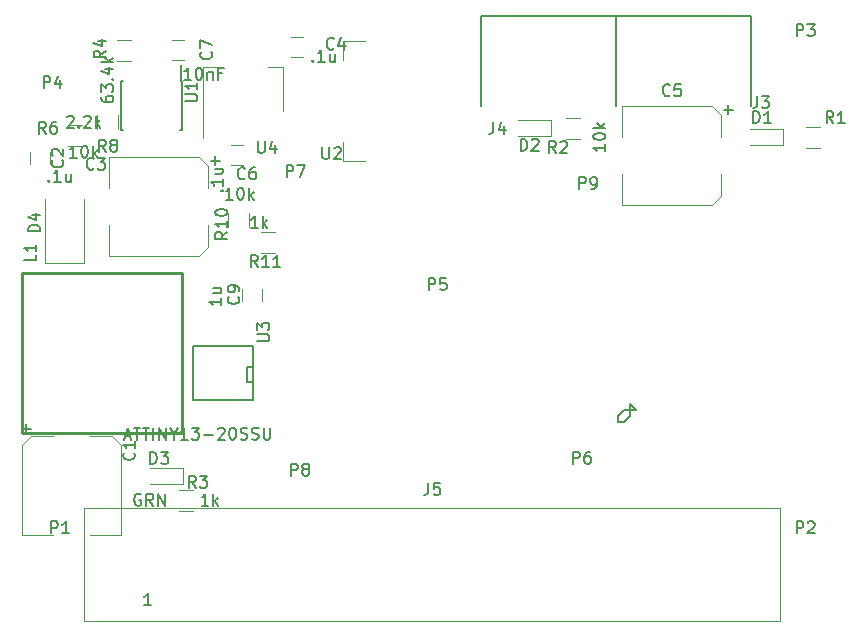
<source format=gto>
G04 #@! TF.FileFunction,Legend,Top*
%FSLAX46Y46*%
G04 Gerber Fmt 4.6, Leading zero omitted, Abs format (unit mm)*
G04 Created by KiCad (PCBNEW 4.0.7-e2-6376~58~ubuntu16.04.1) date Thu Apr 12 02:42:30 2018*
%MOMM*%
%LPD*%
G01*
G04 APERTURE LIST*
%ADD10C,0.100000*%
%ADD11C,0.200000*%
%ADD12C,0.120000*%
%ADD13C,0.150000*%
%ADD14C,0.250000*%
%ADD15C,0.127000*%
G04 APERTURE END LIST*
D10*
D11*
X70104000Y-65024000D02*
X71120000Y-65024000D01*
X69596000Y-65532000D02*
X70104000Y-65024000D01*
X69596000Y-66040000D02*
X69596000Y-65532000D01*
X70104000Y-66040000D02*
X69596000Y-66040000D01*
X70612000Y-65532000D02*
X70104000Y-66040000D01*
X70612000Y-64516000D02*
X70612000Y-65532000D01*
X71120000Y-65024000D02*
X70612000Y-64516000D01*
D12*
X19178000Y-75564000D02*
X21808000Y-75564000D01*
X27558000Y-75564000D02*
X24928000Y-75564000D01*
X26798000Y-67184000D02*
X24928000Y-67184000D01*
X19938000Y-67184000D02*
X21808000Y-67184000D01*
X19178000Y-75564000D02*
X19178000Y-67944000D01*
X19178000Y-67944000D02*
X19938000Y-67184000D01*
X26798000Y-67184000D02*
X27558000Y-67944000D01*
X27558000Y-67944000D02*
X27558000Y-75564000D01*
X21551000Y-44188000D02*
X21551000Y-43188000D01*
X19851000Y-43188000D02*
X19851000Y-44188000D01*
X26544000Y-43562000D02*
X26544000Y-46192000D01*
X26544000Y-51942000D02*
X26544000Y-49312000D01*
X34924000Y-51182000D02*
X34924000Y-49312000D01*
X34924000Y-44322000D02*
X34924000Y-46192000D01*
X26544000Y-43562000D02*
X34164000Y-43562000D01*
X34164000Y-43562000D02*
X34924000Y-44322000D01*
X34924000Y-51182000D02*
X34164000Y-51942000D01*
X34164000Y-51942000D02*
X26544000Y-51942000D01*
X41918000Y-35140000D02*
X42918000Y-35140000D01*
X42918000Y-33440000D02*
X41918000Y-33440000D01*
X69978000Y-39244000D02*
X69978000Y-41874000D01*
X69978000Y-47624000D02*
X69978000Y-44994000D01*
X78358000Y-46864000D02*
X78358000Y-44994000D01*
X78358000Y-40004000D02*
X78358000Y-41874000D01*
X69978000Y-39244000D02*
X77598000Y-39244000D01*
X77598000Y-39244000D02*
X78358000Y-40004000D01*
X78358000Y-46864000D02*
X77598000Y-47624000D01*
X77598000Y-47624000D02*
X69978000Y-47624000D01*
X36838000Y-44284000D02*
X37838000Y-44284000D01*
X37838000Y-42584000D02*
X36838000Y-42584000D01*
X31885000Y-35394000D02*
X32885000Y-35394000D01*
X32885000Y-33694000D02*
X31885000Y-33694000D01*
X37758000Y-54745000D02*
X37758000Y-55745000D01*
X39458000Y-55745000D02*
X39458000Y-54745000D01*
X21083000Y-52549000D02*
X24383000Y-52549000D01*
X24383000Y-52549000D02*
X24383000Y-47149000D01*
X21083000Y-52549000D02*
X21083000Y-47149000D01*
D13*
X69469000Y-31623000D02*
X80899000Y-31623000D01*
X80899000Y-31623000D02*
X80899000Y-39243000D01*
X69469000Y-36068000D02*
X69469000Y-39243000D01*
X69469000Y-36068000D02*
X69469000Y-31623000D01*
X58039000Y-31623000D02*
X69469000Y-31623000D01*
X69469000Y-31623000D02*
X69469000Y-39243000D01*
X58039000Y-36068000D02*
X58039000Y-39243000D01*
X58039000Y-36068000D02*
X58039000Y-31623000D01*
D12*
X24438800Y-73283715D02*
X83358800Y-73283715D01*
X83358800Y-73283715D02*
X83358800Y-82883715D01*
X83358800Y-82883715D02*
X24438800Y-82883715D01*
X24438800Y-82883715D02*
X24438800Y-73283715D01*
D14*
X19158000Y-53448000D02*
X32658000Y-53448000D01*
X32658000Y-53448000D02*
X32658000Y-66948000D01*
X32658000Y-66948000D02*
X19158000Y-66948000D01*
X19158000Y-66948000D02*
X19158000Y-53448000D01*
D12*
X85506000Y-41030000D02*
X86706000Y-41030000D01*
X86706000Y-42790000D02*
X85506000Y-42790000D01*
X65186000Y-40268000D02*
X66386000Y-40268000D01*
X66386000Y-42028000D02*
X65186000Y-42028000D01*
X33620000Y-73524000D02*
X32420000Y-73524000D01*
X32420000Y-71764000D02*
X33620000Y-71764000D01*
X27213000Y-33664000D02*
X28413000Y-33664000D01*
X28413000Y-35424000D02*
X27213000Y-35424000D01*
X23022000Y-40903000D02*
X24222000Y-40903000D01*
X24222000Y-42663000D02*
X23022000Y-42663000D01*
X25536000Y-41240000D02*
X25536000Y-40040000D01*
X27296000Y-40040000D02*
X27296000Y-41240000D01*
X36585000Y-49495000D02*
X36585000Y-48295000D01*
X38345000Y-48295000D02*
X38345000Y-49495000D01*
X40605000Y-51680000D02*
X39405000Y-51680000D01*
X39405000Y-49920000D02*
X40605000Y-49920000D01*
D13*
X32674000Y-37168000D02*
X32624000Y-37168000D01*
X32674000Y-41318000D02*
X32529000Y-41318000D01*
X27524000Y-41318000D02*
X27669000Y-41318000D01*
X27524000Y-37168000D02*
X27669000Y-37168000D01*
X32674000Y-37168000D02*
X32674000Y-41318000D01*
X27524000Y-37168000D02*
X27524000Y-41318000D01*
X32624000Y-37168000D02*
X32624000Y-35768000D01*
D15*
X38735000Y-64135000D02*
X33655000Y-64135000D01*
X33655000Y-64135000D02*
X33655000Y-59563000D01*
X33655000Y-59563000D02*
X38735000Y-59563000D01*
X38735000Y-59563000D02*
X38735000Y-64135000D01*
X38735000Y-62611000D02*
X38227000Y-62611000D01*
X38227000Y-62611000D02*
X38227000Y-61341000D01*
X38227000Y-61341000D02*
X38735000Y-61341000D01*
D12*
X41256000Y-35936000D02*
X39996000Y-35936000D01*
X34436000Y-35936000D02*
X35696000Y-35936000D01*
X41256000Y-39696000D02*
X41256000Y-35936000D01*
X34436000Y-41946000D02*
X34436000Y-35936000D01*
X83588000Y-42610000D02*
X83588000Y-41210000D01*
X83588000Y-41210000D02*
X80788000Y-41210000D01*
X83588000Y-42610000D02*
X80788000Y-42610000D01*
X63903000Y-41848000D02*
X63903000Y-40448000D01*
X63903000Y-40448000D02*
X61103000Y-40448000D01*
X63903000Y-41848000D02*
X61103000Y-41848000D01*
X32788000Y-71312000D02*
X32788000Y-69912000D01*
X32788000Y-69912000D02*
X29988000Y-69912000D01*
X32788000Y-71312000D02*
X29988000Y-71312000D01*
X46364000Y-42312000D02*
X46364000Y-43962000D01*
X46364000Y-43962000D02*
X48164000Y-43962000D01*
X48164000Y-33762000D02*
X46364000Y-33762000D01*
X46364000Y-33762000D02*
X46364000Y-35412000D01*
D13*
X28607143Y-68616666D02*
X28654762Y-68664285D01*
X28702381Y-68807142D01*
X28702381Y-68902380D01*
X28654762Y-69045238D01*
X28559524Y-69140476D01*
X28464286Y-69188095D01*
X28273810Y-69235714D01*
X28130952Y-69235714D01*
X27940476Y-69188095D01*
X27845238Y-69140476D01*
X27750000Y-69045238D01*
X27702381Y-68902380D01*
X27702381Y-68807142D01*
X27750000Y-68664285D01*
X27797619Y-68616666D01*
X28702381Y-67664285D02*
X28702381Y-68235714D01*
X28702381Y-67950000D02*
X27702381Y-67950000D01*
X27845238Y-68045238D01*
X27940476Y-68140476D01*
X27988095Y-68235714D01*
X19529429Y-66974952D02*
X19529429Y-66213047D01*
X19910381Y-66593999D02*
X19148476Y-66593999D01*
X22558143Y-43854666D02*
X22605762Y-43902285D01*
X22653381Y-44045142D01*
X22653381Y-44140380D01*
X22605762Y-44283238D01*
X22510524Y-44378476D01*
X22415286Y-44426095D01*
X22224810Y-44473714D01*
X22081952Y-44473714D01*
X21891476Y-44426095D01*
X21796238Y-44378476D01*
X21701000Y-44283238D01*
X21653381Y-44140380D01*
X21653381Y-44045142D01*
X21701000Y-43902285D01*
X21748619Y-43854666D01*
X21748619Y-43473714D02*
X21701000Y-43426095D01*
X21653381Y-43330857D01*
X21653381Y-43092761D01*
X21701000Y-42997523D01*
X21748619Y-42949904D01*
X21843857Y-42902285D01*
X21939095Y-42902285D01*
X22081952Y-42949904D01*
X22653381Y-43521333D01*
X22653381Y-42902285D01*
X21423429Y-45569143D02*
X21471048Y-45616762D01*
X21423429Y-45664381D01*
X21375810Y-45616762D01*
X21423429Y-45569143D01*
X21423429Y-45664381D01*
X22423429Y-45664381D02*
X21852000Y-45664381D01*
X22137714Y-45664381D02*
X22137714Y-44664381D01*
X22042476Y-44807238D01*
X21947238Y-44902476D01*
X21852000Y-44950095D01*
X23280572Y-44997714D02*
X23280572Y-45664381D01*
X22852000Y-44997714D02*
X22852000Y-45521524D01*
X22899619Y-45616762D01*
X22994857Y-45664381D01*
X23137715Y-45664381D01*
X23232953Y-45616762D01*
X23280572Y-45569143D01*
X25233334Y-44553143D02*
X25185715Y-44600762D01*
X25042858Y-44648381D01*
X24947620Y-44648381D01*
X24804762Y-44600762D01*
X24709524Y-44505524D01*
X24661905Y-44410286D01*
X24614286Y-44219810D01*
X24614286Y-44076952D01*
X24661905Y-43886476D01*
X24709524Y-43791238D01*
X24804762Y-43696000D01*
X24947620Y-43648381D01*
X25042858Y-43648381D01*
X25185715Y-43696000D01*
X25233334Y-43743619D01*
X25566667Y-43648381D02*
X26185715Y-43648381D01*
X25852381Y-44029333D01*
X25995239Y-44029333D01*
X26090477Y-44076952D01*
X26138096Y-44124571D01*
X26185715Y-44219810D01*
X26185715Y-44457905D01*
X26138096Y-44553143D01*
X26090477Y-44600762D01*
X25995239Y-44648381D01*
X25709524Y-44648381D01*
X25614286Y-44600762D01*
X25566667Y-44553143D01*
X35133048Y-43913429D02*
X35894953Y-43913429D01*
X35514001Y-44294381D02*
X35514001Y-43532476D01*
X45553334Y-34393143D02*
X45505715Y-34440762D01*
X45362858Y-34488381D01*
X45267620Y-34488381D01*
X45124762Y-34440762D01*
X45029524Y-34345524D01*
X44981905Y-34250286D01*
X44934286Y-34059810D01*
X44934286Y-33916952D01*
X44981905Y-33726476D01*
X45029524Y-33631238D01*
X45124762Y-33536000D01*
X45267620Y-33488381D01*
X45362858Y-33488381D01*
X45505715Y-33536000D01*
X45553334Y-33583619D01*
X46410477Y-33821714D02*
X46410477Y-34488381D01*
X46172381Y-33440762D02*
X45934286Y-34155048D01*
X46553334Y-34155048D01*
X43775429Y-35409143D02*
X43823048Y-35456762D01*
X43775429Y-35504381D01*
X43727810Y-35456762D01*
X43775429Y-35409143D01*
X43775429Y-35504381D01*
X44775429Y-35504381D02*
X44204000Y-35504381D01*
X44489714Y-35504381D02*
X44489714Y-34504381D01*
X44394476Y-34647238D01*
X44299238Y-34742476D01*
X44204000Y-34790095D01*
X45632572Y-34837714D02*
X45632572Y-35504381D01*
X45204000Y-34837714D02*
X45204000Y-35361524D01*
X45251619Y-35456762D01*
X45346857Y-35504381D01*
X45489715Y-35504381D01*
X45584953Y-35456762D01*
X45632572Y-35409143D01*
X74001334Y-38341143D02*
X73953715Y-38388762D01*
X73810858Y-38436381D01*
X73715620Y-38436381D01*
X73572762Y-38388762D01*
X73477524Y-38293524D01*
X73429905Y-38198286D01*
X73382286Y-38007810D01*
X73382286Y-37864952D01*
X73429905Y-37674476D01*
X73477524Y-37579238D01*
X73572762Y-37484000D01*
X73715620Y-37436381D01*
X73810858Y-37436381D01*
X73953715Y-37484000D01*
X74001334Y-37531619D01*
X74906096Y-37436381D02*
X74429905Y-37436381D01*
X74382286Y-37912571D01*
X74429905Y-37864952D01*
X74525143Y-37817333D01*
X74763239Y-37817333D01*
X74858477Y-37864952D01*
X74906096Y-37912571D01*
X74953715Y-38007810D01*
X74953715Y-38245905D01*
X74906096Y-38341143D01*
X74858477Y-38388762D01*
X74763239Y-38436381D01*
X74525143Y-38436381D01*
X74429905Y-38388762D01*
X74382286Y-38341143D01*
X78567048Y-39595429D02*
X79328953Y-39595429D01*
X78948001Y-39976381D02*
X78948001Y-39214476D01*
X38023334Y-45377143D02*
X37975715Y-45424762D01*
X37832858Y-45472381D01*
X37737620Y-45472381D01*
X37594762Y-45424762D01*
X37499524Y-45329524D01*
X37451905Y-45234286D01*
X37404286Y-45043810D01*
X37404286Y-44900952D01*
X37451905Y-44710476D01*
X37499524Y-44615238D01*
X37594762Y-44520000D01*
X37737620Y-44472381D01*
X37832858Y-44472381D01*
X37975715Y-44520000D01*
X38023334Y-44567619D01*
X38880477Y-44472381D02*
X38690000Y-44472381D01*
X38594762Y-44520000D01*
X38547143Y-44567619D01*
X38451905Y-44710476D01*
X38404286Y-44900952D01*
X38404286Y-45281905D01*
X38451905Y-45377143D01*
X38499524Y-45424762D01*
X38594762Y-45472381D01*
X38785239Y-45472381D01*
X38880477Y-45424762D01*
X38928096Y-45377143D01*
X38975715Y-45281905D01*
X38975715Y-45043810D01*
X38928096Y-44948571D01*
X38880477Y-44900952D01*
X38785239Y-44853333D01*
X38594762Y-44853333D01*
X38499524Y-44900952D01*
X38451905Y-44948571D01*
X38404286Y-45043810D01*
X36037143Y-46438571D02*
X36084762Y-46390952D01*
X36132381Y-46438571D01*
X36084762Y-46486190D01*
X36037143Y-46438571D01*
X36132381Y-46438571D01*
X36132381Y-45438571D02*
X36132381Y-46010000D01*
X36132381Y-45724286D02*
X35132381Y-45724286D01*
X35275238Y-45819524D01*
X35370476Y-45914762D01*
X35418095Y-46010000D01*
X35465714Y-44581428D02*
X36132381Y-44581428D01*
X35465714Y-45010000D02*
X35989524Y-45010000D01*
X36084762Y-44962381D01*
X36132381Y-44867143D01*
X36132381Y-44724285D01*
X36084762Y-44629047D01*
X36037143Y-44581428D01*
X35155143Y-34710666D02*
X35202762Y-34758285D01*
X35250381Y-34901142D01*
X35250381Y-34996380D01*
X35202762Y-35139238D01*
X35107524Y-35234476D01*
X35012286Y-35282095D01*
X34821810Y-35329714D01*
X34678952Y-35329714D01*
X34488476Y-35282095D01*
X34393238Y-35234476D01*
X34298000Y-35139238D01*
X34250381Y-34996380D01*
X34250381Y-34901142D01*
X34298000Y-34758285D01*
X34345619Y-34710666D01*
X34250381Y-34377333D02*
X34250381Y-33710666D01*
X35250381Y-34139238D01*
X33472572Y-37028381D02*
X32901143Y-37028381D01*
X33186857Y-37028381D02*
X33186857Y-36028381D01*
X33091619Y-36171238D01*
X32996381Y-36266476D01*
X32901143Y-36314095D01*
X34091619Y-36028381D02*
X34186858Y-36028381D01*
X34282096Y-36076000D01*
X34329715Y-36123619D01*
X34377334Y-36218857D01*
X34424953Y-36409333D01*
X34424953Y-36647429D01*
X34377334Y-36837905D01*
X34329715Y-36933143D01*
X34282096Y-36980762D01*
X34186858Y-37028381D01*
X34091619Y-37028381D01*
X33996381Y-36980762D01*
X33948762Y-36933143D01*
X33901143Y-36837905D01*
X33853524Y-36647429D01*
X33853524Y-36409333D01*
X33901143Y-36218857D01*
X33948762Y-36123619D01*
X33996381Y-36076000D01*
X34091619Y-36028381D01*
X34853524Y-36361714D02*
X34853524Y-37028381D01*
X34853524Y-36456952D02*
X34901143Y-36409333D01*
X34996381Y-36361714D01*
X35139239Y-36361714D01*
X35234477Y-36409333D01*
X35282096Y-36504571D01*
X35282096Y-37028381D01*
X36091620Y-36504571D02*
X35758286Y-36504571D01*
X35758286Y-37028381D02*
X35758286Y-36028381D01*
X36234477Y-36028381D01*
X37465143Y-55411666D02*
X37512762Y-55459285D01*
X37560381Y-55602142D01*
X37560381Y-55697380D01*
X37512762Y-55840238D01*
X37417524Y-55935476D01*
X37322286Y-55983095D01*
X37131810Y-56030714D01*
X36988952Y-56030714D01*
X36798476Y-55983095D01*
X36703238Y-55935476D01*
X36608000Y-55840238D01*
X36560381Y-55697380D01*
X36560381Y-55602142D01*
X36608000Y-55459285D01*
X36655619Y-55411666D01*
X37560381Y-54935476D02*
X37560381Y-54745000D01*
X37512762Y-54649761D01*
X37465143Y-54602142D01*
X37322286Y-54506904D01*
X37131810Y-54459285D01*
X36750857Y-54459285D01*
X36655619Y-54506904D01*
X36608000Y-54554523D01*
X36560381Y-54649761D01*
X36560381Y-54840238D01*
X36608000Y-54935476D01*
X36655619Y-54983095D01*
X36750857Y-55030714D01*
X36988952Y-55030714D01*
X37084190Y-54983095D01*
X37131810Y-54935476D01*
X37179429Y-54840238D01*
X37179429Y-54649761D01*
X37131810Y-54554523D01*
X37084190Y-54506904D01*
X36988952Y-54459285D01*
X36012381Y-55538666D02*
X36012381Y-56110095D01*
X36012381Y-55824381D02*
X35012381Y-55824381D01*
X35155238Y-55919619D01*
X35250476Y-56014857D01*
X35298095Y-56110095D01*
X35345714Y-54681523D02*
X36012381Y-54681523D01*
X35345714Y-55110095D02*
X35869524Y-55110095D01*
X35964762Y-55062476D01*
X36012381Y-54967238D01*
X36012381Y-54824380D01*
X35964762Y-54729142D01*
X35917143Y-54681523D01*
X20685381Y-49887095D02*
X19685381Y-49887095D01*
X19685381Y-49649000D01*
X19733000Y-49506142D01*
X19828238Y-49410904D01*
X19923476Y-49363285D01*
X20113952Y-49315666D01*
X20256810Y-49315666D01*
X20447286Y-49363285D01*
X20542524Y-49410904D01*
X20637762Y-49506142D01*
X20685381Y-49649000D01*
X20685381Y-49887095D01*
X20018714Y-48458523D02*
X20685381Y-48458523D01*
X19637762Y-48696619D02*
X20352048Y-48934714D01*
X20352048Y-48315666D01*
X81396667Y-38442381D02*
X81396667Y-39156667D01*
X81349047Y-39299524D01*
X81253809Y-39394762D01*
X81110952Y-39442381D01*
X81015714Y-39442381D01*
X81777619Y-38442381D02*
X82396667Y-38442381D01*
X82063333Y-38823333D01*
X82206191Y-38823333D01*
X82301429Y-38870952D01*
X82349048Y-38918571D01*
X82396667Y-39013810D01*
X82396667Y-39251905D01*
X82349048Y-39347143D01*
X82301429Y-39394762D01*
X82206191Y-39442381D01*
X81920476Y-39442381D01*
X81825238Y-39394762D01*
X81777619Y-39347143D01*
X59066667Y-40632381D02*
X59066667Y-41346667D01*
X59019047Y-41489524D01*
X58923809Y-41584762D01*
X58780952Y-41632381D01*
X58685714Y-41632381D01*
X59971429Y-40965714D02*
X59971429Y-41632381D01*
X59733333Y-40584762D02*
X59495238Y-41299048D01*
X60114286Y-41299048D01*
X53565467Y-71186096D02*
X53565467Y-71900382D01*
X53517847Y-72043239D01*
X53422609Y-72138477D01*
X53279752Y-72186096D01*
X53184514Y-72186096D01*
X54517848Y-71186096D02*
X54041657Y-71186096D01*
X53994038Y-71662286D01*
X54041657Y-71614667D01*
X54136895Y-71567048D01*
X54374991Y-71567048D01*
X54470229Y-71614667D01*
X54517848Y-71662286D01*
X54565467Y-71757525D01*
X54565467Y-71995620D01*
X54517848Y-72090858D01*
X54470229Y-72138477D01*
X54374991Y-72186096D01*
X54136895Y-72186096D01*
X54041657Y-72138477D01*
X53994038Y-72090858D01*
X30074515Y-81526096D02*
X29503086Y-81526096D01*
X29788800Y-81526096D02*
X29788800Y-80526096D01*
X29693562Y-80668953D01*
X29598324Y-80764191D01*
X29503086Y-80811810D01*
X20360381Y-51864666D02*
X20360381Y-52340857D01*
X19360381Y-52340857D01*
X20360381Y-51007523D02*
X20360381Y-51578952D01*
X20360381Y-51293238D02*
X19360381Y-51293238D01*
X19503238Y-51388476D01*
X19598476Y-51483714D01*
X19646095Y-51578952D01*
X21613905Y-75446381D02*
X21613905Y-74446381D01*
X21994858Y-74446381D01*
X22090096Y-74494000D01*
X22137715Y-74541619D01*
X22185334Y-74636857D01*
X22185334Y-74779714D01*
X22137715Y-74874952D01*
X22090096Y-74922571D01*
X21994858Y-74970190D01*
X21613905Y-74970190D01*
X23137715Y-75446381D02*
X22566286Y-75446381D01*
X22852000Y-75446381D02*
X22852000Y-74446381D01*
X22756762Y-74589238D01*
X22661524Y-74684476D01*
X22566286Y-74732095D01*
X84725742Y-75446381D02*
X84725742Y-74446381D01*
X85106695Y-74446381D01*
X85201933Y-74494000D01*
X85249552Y-74541619D01*
X85297171Y-74636857D01*
X85297171Y-74779714D01*
X85249552Y-74874952D01*
X85201933Y-74922571D01*
X85106695Y-74970190D01*
X84725742Y-74970190D01*
X85678123Y-74541619D02*
X85725742Y-74494000D01*
X85820980Y-74446381D01*
X86059076Y-74446381D01*
X86154314Y-74494000D01*
X86201933Y-74541619D01*
X86249552Y-74636857D01*
X86249552Y-74732095D01*
X86201933Y-74874952D01*
X85630504Y-75446381D01*
X86249552Y-75446381D01*
X84725742Y-33334502D02*
X84725742Y-32334502D01*
X85106695Y-32334502D01*
X85201933Y-32382121D01*
X85249552Y-32429740D01*
X85297171Y-32524978D01*
X85297171Y-32667835D01*
X85249552Y-32763073D01*
X85201933Y-32810692D01*
X85106695Y-32858311D01*
X84725742Y-32858311D01*
X85630504Y-32334502D02*
X86249552Y-32334502D01*
X85916218Y-32715454D01*
X86059076Y-32715454D01*
X86154314Y-32763073D01*
X86201933Y-32810692D01*
X86249552Y-32905931D01*
X86249552Y-33144026D01*
X86201933Y-33239264D01*
X86154314Y-33286883D01*
X86059076Y-33334502D01*
X85773361Y-33334502D01*
X85678123Y-33286883D01*
X85630504Y-33239264D01*
X20971905Y-37752381D02*
X20971905Y-36752381D01*
X21352858Y-36752381D01*
X21448096Y-36800000D01*
X21495715Y-36847619D01*
X21543334Y-36942857D01*
X21543334Y-37085714D01*
X21495715Y-37180952D01*
X21448096Y-37228571D01*
X21352858Y-37276190D01*
X20971905Y-37276190D01*
X22400477Y-37085714D02*
X22400477Y-37752381D01*
X22162381Y-36704762D02*
X21924286Y-37419048D01*
X22543334Y-37419048D01*
X53573905Y-54846381D02*
X53573905Y-53846381D01*
X53954858Y-53846381D01*
X54050096Y-53894000D01*
X54097715Y-53941619D01*
X54145334Y-54036857D01*
X54145334Y-54179714D01*
X54097715Y-54274952D01*
X54050096Y-54322571D01*
X53954858Y-54370190D01*
X53573905Y-54370190D01*
X55050096Y-53846381D02*
X54573905Y-53846381D01*
X54526286Y-54322571D01*
X54573905Y-54274952D01*
X54669143Y-54227333D01*
X54907239Y-54227333D01*
X55002477Y-54274952D01*
X55050096Y-54322571D01*
X55097715Y-54417810D01*
X55097715Y-54655905D01*
X55050096Y-54751143D01*
X55002477Y-54798762D01*
X54907239Y-54846381D01*
X54669143Y-54846381D01*
X54573905Y-54798762D01*
X54526286Y-54751143D01*
X65809905Y-69540381D02*
X65809905Y-68540381D01*
X66190858Y-68540381D01*
X66286096Y-68588000D01*
X66333715Y-68635619D01*
X66381334Y-68730857D01*
X66381334Y-68873714D01*
X66333715Y-68968952D01*
X66286096Y-69016571D01*
X66190858Y-69064190D01*
X65809905Y-69064190D01*
X67238477Y-68540381D02*
X67048000Y-68540381D01*
X66952762Y-68588000D01*
X66905143Y-68635619D01*
X66809905Y-68778476D01*
X66762286Y-68968952D01*
X66762286Y-69349905D01*
X66809905Y-69445143D01*
X66857524Y-69492762D01*
X66952762Y-69540381D01*
X67143239Y-69540381D01*
X67238477Y-69492762D01*
X67286096Y-69445143D01*
X67333715Y-69349905D01*
X67333715Y-69111810D01*
X67286096Y-69016571D01*
X67238477Y-68968952D01*
X67143239Y-68921333D01*
X66952762Y-68921333D01*
X66857524Y-68968952D01*
X66809905Y-69016571D01*
X66762286Y-69111810D01*
X41552905Y-45283381D02*
X41552905Y-44283381D01*
X41933858Y-44283381D01*
X42029096Y-44331000D01*
X42076715Y-44378619D01*
X42124334Y-44473857D01*
X42124334Y-44616714D01*
X42076715Y-44711952D01*
X42029096Y-44759571D01*
X41933858Y-44807190D01*
X41552905Y-44807190D01*
X42457667Y-44283381D02*
X43124334Y-44283381D01*
X42695762Y-45283381D01*
X41933905Y-70556381D02*
X41933905Y-69556381D01*
X42314858Y-69556381D01*
X42410096Y-69604000D01*
X42457715Y-69651619D01*
X42505334Y-69746857D01*
X42505334Y-69889714D01*
X42457715Y-69984952D01*
X42410096Y-70032571D01*
X42314858Y-70080190D01*
X41933905Y-70080190D01*
X43076762Y-69984952D02*
X42981524Y-69937333D01*
X42933905Y-69889714D01*
X42886286Y-69794476D01*
X42886286Y-69746857D01*
X42933905Y-69651619D01*
X42981524Y-69604000D01*
X43076762Y-69556381D01*
X43267239Y-69556381D01*
X43362477Y-69604000D01*
X43410096Y-69651619D01*
X43457715Y-69746857D01*
X43457715Y-69794476D01*
X43410096Y-69889714D01*
X43362477Y-69937333D01*
X43267239Y-69984952D01*
X43076762Y-69984952D01*
X42981524Y-70032571D01*
X42933905Y-70080190D01*
X42886286Y-70175429D01*
X42886286Y-70365905D01*
X42933905Y-70461143D01*
X42981524Y-70508762D01*
X43076762Y-70556381D01*
X43267239Y-70556381D01*
X43362477Y-70508762D01*
X43410096Y-70461143D01*
X43457715Y-70365905D01*
X43457715Y-70175429D01*
X43410096Y-70080190D01*
X43362477Y-70032571D01*
X43267239Y-69984952D01*
X66317905Y-46299381D02*
X66317905Y-45299381D01*
X66698858Y-45299381D01*
X66794096Y-45347000D01*
X66841715Y-45394619D01*
X66889334Y-45489857D01*
X66889334Y-45632714D01*
X66841715Y-45727952D01*
X66794096Y-45775571D01*
X66698858Y-45823190D01*
X66317905Y-45823190D01*
X67365524Y-46299381D02*
X67556000Y-46299381D01*
X67651239Y-46251762D01*
X67698858Y-46204143D01*
X67794096Y-46061286D01*
X67841715Y-45870810D01*
X67841715Y-45489857D01*
X67794096Y-45394619D01*
X67746477Y-45347000D01*
X67651239Y-45299381D01*
X67460762Y-45299381D01*
X67365524Y-45347000D01*
X67317905Y-45394619D01*
X67270286Y-45489857D01*
X67270286Y-45727952D01*
X67317905Y-45823190D01*
X67365524Y-45870810D01*
X67460762Y-45918429D01*
X67651239Y-45918429D01*
X67746477Y-45870810D01*
X67794096Y-45823190D01*
X67841715Y-45727952D01*
X87844334Y-40711381D02*
X87511000Y-40235190D01*
X87272905Y-40711381D02*
X87272905Y-39711381D01*
X87653858Y-39711381D01*
X87749096Y-39759000D01*
X87796715Y-39806619D01*
X87844334Y-39901857D01*
X87844334Y-40044714D01*
X87796715Y-40139952D01*
X87749096Y-40187571D01*
X87653858Y-40235190D01*
X87272905Y-40235190D01*
X88796715Y-40711381D02*
X88225286Y-40711381D01*
X88511000Y-40711381D02*
X88511000Y-39711381D01*
X88415762Y-39854238D01*
X88320524Y-39949476D01*
X88225286Y-39997095D01*
X64349334Y-43251381D02*
X64016000Y-42775190D01*
X63777905Y-43251381D02*
X63777905Y-42251381D01*
X64158858Y-42251381D01*
X64254096Y-42299000D01*
X64301715Y-42346619D01*
X64349334Y-42441857D01*
X64349334Y-42584714D01*
X64301715Y-42679952D01*
X64254096Y-42727571D01*
X64158858Y-42775190D01*
X63777905Y-42775190D01*
X64730286Y-42346619D02*
X64777905Y-42299000D01*
X64873143Y-42251381D01*
X65111239Y-42251381D01*
X65206477Y-42299000D01*
X65254096Y-42346619D01*
X65301715Y-42441857D01*
X65301715Y-42537095D01*
X65254096Y-42679952D01*
X64682667Y-43251381D01*
X65301715Y-43251381D01*
X68524381Y-42505238D02*
X68524381Y-43076667D01*
X68524381Y-42790953D02*
X67524381Y-42790953D01*
X67667238Y-42886191D01*
X67762476Y-42981429D01*
X67810095Y-43076667D01*
X67524381Y-41886191D02*
X67524381Y-41790952D01*
X67572000Y-41695714D01*
X67619619Y-41648095D01*
X67714857Y-41600476D01*
X67905333Y-41552857D01*
X68143429Y-41552857D01*
X68333905Y-41600476D01*
X68429143Y-41648095D01*
X68476762Y-41695714D01*
X68524381Y-41790952D01*
X68524381Y-41886191D01*
X68476762Y-41981429D01*
X68429143Y-42029048D01*
X68333905Y-42076667D01*
X68143429Y-42124286D01*
X67905333Y-42124286D01*
X67714857Y-42076667D01*
X67619619Y-42029048D01*
X67572000Y-41981429D01*
X67524381Y-41886191D01*
X68524381Y-41124286D02*
X67524381Y-41124286D01*
X68143429Y-41029048D02*
X68524381Y-40743333D01*
X67857714Y-40743333D02*
X68238667Y-41124286D01*
X33869334Y-71572381D02*
X33536000Y-71096190D01*
X33297905Y-71572381D02*
X33297905Y-70572381D01*
X33678858Y-70572381D01*
X33774096Y-70620000D01*
X33821715Y-70667619D01*
X33869334Y-70762857D01*
X33869334Y-70905714D01*
X33821715Y-71000952D01*
X33774096Y-71048571D01*
X33678858Y-71096190D01*
X33297905Y-71096190D01*
X34202667Y-70572381D02*
X34821715Y-70572381D01*
X34488381Y-70953333D01*
X34631239Y-70953333D01*
X34726477Y-71000952D01*
X34774096Y-71048571D01*
X34821715Y-71143810D01*
X34821715Y-71381905D01*
X34774096Y-71477143D01*
X34726477Y-71524762D01*
X34631239Y-71572381D01*
X34345524Y-71572381D01*
X34250286Y-71524762D01*
X34202667Y-71477143D01*
X34932953Y-73096381D02*
X34361524Y-73096381D01*
X34647238Y-73096381D02*
X34647238Y-72096381D01*
X34552000Y-72239238D01*
X34456762Y-72334476D01*
X34361524Y-72382095D01*
X35361524Y-73096381D02*
X35361524Y-72096381D01*
X35456762Y-72715429D02*
X35742477Y-73096381D01*
X35742477Y-72429714D02*
X35361524Y-72810667D01*
X26233381Y-34583666D02*
X25757190Y-34917000D01*
X26233381Y-35155095D02*
X25233381Y-35155095D01*
X25233381Y-34774142D01*
X25281000Y-34678904D01*
X25328619Y-34631285D01*
X25423857Y-34583666D01*
X25566714Y-34583666D01*
X25661952Y-34631285D01*
X25709571Y-34678904D01*
X25757190Y-34774142D01*
X25757190Y-35155095D01*
X25566714Y-33726523D02*
X26233381Y-33726523D01*
X25185762Y-33964619D02*
X25900048Y-34202714D01*
X25900048Y-33583666D01*
X25868381Y-38488761D02*
X25868381Y-38679238D01*
X25916000Y-38774476D01*
X25963619Y-38822095D01*
X26106476Y-38917333D01*
X26296952Y-38964952D01*
X26677905Y-38964952D01*
X26773143Y-38917333D01*
X26820762Y-38869714D01*
X26868381Y-38774476D01*
X26868381Y-38583999D01*
X26820762Y-38488761D01*
X26773143Y-38441142D01*
X26677905Y-38393523D01*
X26439810Y-38393523D01*
X26344571Y-38441142D01*
X26296952Y-38488761D01*
X26249333Y-38583999D01*
X26249333Y-38774476D01*
X26296952Y-38869714D01*
X26344571Y-38917333D01*
X26439810Y-38964952D01*
X25868381Y-38060190D02*
X25868381Y-37441142D01*
X26249333Y-37774476D01*
X26249333Y-37631618D01*
X26296952Y-37536380D01*
X26344571Y-37488761D01*
X26439810Y-37441142D01*
X26677905Y-37441142D01*
X26773143Y-37488761D01*
X26820762Y-37536380D01*
X26868381Y-37631618D01*
X26868381Y-37917333D01*
X26820762Y-38012571D01*
X26773143Y-38060190D01*
X26773143Y-37012571D02*
X26820762Y-36964952D01*
X26868381Y-37012571D01*
X26820762Y-37060190D01*
X26773143Y-37012571D01*
X26868381Y-37012571D01*
X26201714Y-36107809D02*
X26868381Y-36107809D01*
X25820762Y-36345905D02*
X26535048Y-36584000D01*
X26535048Y-35964952D01*
X26868381Y-35584000D02*
X25868381Y-35584000D01*
X26487429Y-35488762D02*
X26868381Y-35203047D01*
X26201714Y-35203047D02*
X26582667Y-35584000D01*
X21169334Y-41600381D02*
X20836000Y-41124190D01*
X20597905Y-41600381D02*
X20597905Y-40600381D01*
X20978858Y-40600381D01*
X21074096Y-40648000D01*
X21121715Y-40695619D01*
X21169334Y-40790857D01*
X21169334Y-40933714D01*
X21121715Y-41028952D01*
X21074096Y-41076571D01*
X20978858Y-41124190D01*
X20597905Y-41124190D01*
X22026477Y-40600381D02*
X21836000Y-40600381D01*
X21740762Y-40648000D01*
X21693143Y-40695619D01*
X21597905Y-40838476D01*
X21550286Y-41028952D01*
X21550286Y-41409905D01*
X21597905Y-41505143D01*
X21645524Y-41552762D01*
X21740762Y-41600381D01*
X21931239Y-41600381D01*
X22026477Y-41552762D01*
X22074096Y-41505143D01*
X22121715Y-41409905D01*
X22121715Y-41171810D01*
X22074096Y-41076571D01*
X22026477Y-41028952D01*
X21931239Y-40981333D01*
X21740762Y-40981333D01*
X21645524Y-41028952D01*
X21597905Y-41076571D01*
X21550286Y-41171810D01*
X23788762Y-43632381D02*
X23217333Y-43632381D01*
X23503047Y-43632381D02*
X23503047Y-42632381D01*
X23407809Y-42775238D01*
X23312571Y-42870476D01*
X23217333Y-42918095D01*
X24407809Y-42632381D02*
X24503048Y-42632381D01*
X24598286Y-42680000D01*
X24645905Y-42727619D01*
X24693524Y-42822857D01*
X24741143Y-43013333D01*
X24741143Y-43251429D01*
X24693524Y-43441905D01*
X24645905Y-43537143D01*
X24598286Y-43584762D01*
X24503048Y-43632381D01*
X24407809Y-43632381D01*
X24312571Y-43584762D01*
X24264952Y-43537143D01*
X24217333Y-43441905D01*
X24169714Y-43251429D01*
X24169714Y-43013333D01*
X24217333Y-42822857D01*
X24264952Y-42727619D01*
X24312571Y-42680000D01*
X24407809Y-42632381D01*
X25169714Y-43632381D02*
X25169714Y-42632381D01*
X25264952Y-43251429D02*
X25550667Y-43632381D01*
X25550667Y-42965714D02*
X25169714Y-43346667D01*
X26249334Y-43124381D02*
X25916000Y-42648190D01*
X25677905Y-43124381D02*
X25677905Y-42124381D01*
X26058858Y-42124381D01*
X26154096Y-42172000D01*
X26201715Y-42219619D01*
X26249334Y-42314857D01*
X26249334Y-42457714D01*
X26201715Y-42552952D01*
X26154096Y-42600571D01*
X26058858Y-42648190D01*
X25677905Y-42648190D01*
X26820762Y-42552952D02*
X26725524Y-42505333D01*
X26677905Y-42457714D01*
X26630286Y-42362476D01*
X26630286Y-42314857D01*
X26677905Y-42219619D01*
X26725524Y-42172000D01*
X26820762Y-42124381D01*
X27011239Y-42124381D01*
X27106477Y-42172000D01*
X27154096Y-42219619D01*
X27201715Y-42314857D01*
X27201715Y-42362476D01*
X27154096Y-42457714D01*
X27106477Y-42505333D01*
X27011239Y-42552952D01*
X26820762Y-42552952D01*
X26725524Y-42600571D01*
X26677905Y-42648190D01*
X26630286Y-42743429D01*
X26630286Y-42933905D01*
X26677905Y-43029143D01*
X26725524Y-43076762D01*
X26820762Y-43124381D01*
X27011239Y-43124381D01*
X27106477Y-43076762D01*
X27154096Y-43029143D01*
X27201715Y-42933905D01*
X27201715Y-42743429D01*
X27154096Y-42648190D01*
X27106477Y-42600571D01*
X27011239Y-42552952D01*
X22979238Y-40187619D02*
X23026857Y-40140000D01*
X23122095Y-40092381D01*
X23360191Y-40092381D01*
X23455429Y-40140000D01*
X23503048Y-40187619D01*
X23550667Y-40282857D01*
X23550667Y-40378095D01*
X23503048Y-40520952D01*
X22931619Y-41092381D01*
X23550667Y-41092381D01*
X23979238Y-40997143D02*
X24026857Y-41044762D01*
X23979238Y-41092381D01*
X23931619Y-41044762D01*
X23979238Y-40997143D01*
X23979238Y-41092381D01*
X24407809Y-40187619D02*
X24455428Y-40140000D01*
X24550666Y-40092381D01*
X24788762Y-40092381D01*
X24884000Y-40140000D01*
X24931619Y-40187619D01*
X24979238Y-40282857D01*
X24979238Y-40378095D01*
X24931619Y-40520952D01*
X24360190Y-41092381D01*
X24979238Y-41092381D01*
X25407809Y-41092381D02*
X25407809Y-40092381D01*
X25503047Y-40711429D02*
X25788762Y-41092381D01*
X25788762Y-40425714D02*
X25407809Y-40806667D01*
X36520381Y-49918857D02*
X36044190Y-50252191D01*
X36520381Y-50490286D02*
X35520381Y-50490286D01*
X35520381Y-50109333D01*
X35568000Y-50014095D01*
X35615619Y-49966476D01*
X35710857Y-49918857D01*
X35853714Y-49918857D01*
X35948952Y-49966476D01*
X35996571Y-50014095D01*
X36044190Y-50109333D01*
X36044190Y-50490286D01*
X36520381Y-48966476D02*
X36520381Y-49537905D01*
X36520381Y-49252191D02*
X35520381Y-49252191D01*
X35663238Y-49347429D01*
X35758476Y-49442667D01*
X35806095Y-49537905D01*
X35520381Y-48347429D02*
X35520381Y-48252190D01*
X35568000Y-48156952D01*
X35615619Y-48109333D01*
X35710857Y-48061714D01*
X35901333Y-48014095D01*
X36139429Y-48014095D01*
X36329905Y-48061714D01*
X36425143Y-48109333D01*
X36472762Y-48156952D01*
X36520381Y-48252190D01*
X36520381Y-48347429D01*
X36472762Y-48442667D01*
X36425143Y-48490286D01*
X36329905Y-48537905D01*
X36139429Y-48585524D01*
X35901333Y-48585524D01*
X35710857Y-48537905D01*
X35615619Y-48490286D01*
X35568000Y-48442667D01*
X35520381Y-48347429D01*
X36996762Y-47188381D02*
X36425333Y-47188381D01*
X36711047Y-47188381D02*
X36711047Y-46188381D01*
X36615809Y-46331238D01*
X36520571Y-46426476D01*
X36425333Y-46474095D01*
X37615809Y-46188381D02*
X37711048Y-46188381D01*
X37806286Y-46236000D01*
X37853905Y-46283619D01*
X37901524Y-46378857D01*
X37949143Y-46569333D01*
X37949143Y-46807429D01*
X37901524Y-46997905D01*
X37853905Y-47093143D01*
X37806286Y-47140762D01*
X37711048Y-47188381D01*
X37615809Y-47188381D01*
X37520571Y-47140762D01*
X37472952Y-47093143D01*
X37425333Y-46997905D01*
X37377714Y-46807429D01*
X37377714Y-46569333D01*
X37425333Y-46378857D01*
X37472952Y-46283619D01*
X37520571Y-46236000D01*
X37615809Y-46188381D01*
X38377714Y-47188381D02*
X38377714Y-46188381D01*
X38472952Y-46807429D02*
X38758667Y-47188381D01*
X38758667Y-46521714D02*
X38377714Y-46902667D01*
X39108143Y-52903381D02*
X38774809Y-52427190D01*
X38536714Y-52903381D02*
X38536714Y-51903381D01*
X38917667Y-51903381D01*
X39012905Y-51951000D01*
X39060524Y-51998619D01*
X39108143Y-52093857D01*
X39108143Y-52236714D01*
X39060524Y-52331952D01*
X39012905Y-52379571D01*
X38917667Y-52427190D01*
X38536714Y-52427190D01*
X40060524Y-52903381D02*
X39489095Y-52903381D01*
X39774809Y-52903381D02*
X39774809Y-51903381D01*
X39679571Y-52046238D01*
X39584333Y-52141476D01*
X39489095Y-52189095D01*
X41012905Y-52903381D02*
X40441476Y-52903381D01*
X40727190Y-52903381D02*
X40727190Y-51903381D01*
X40631952Y-52046238D01*
X40536714Y-52141476D01*
X40441476Y-52189095D01*
X39123953Y-49601381D02*
X38552524Y-49601381D01*
X38838238Y-49601381D02*
X38838238Y-48601381D01*
X38743000Y-48744238D01*
X38647762Y-48839476D01*
X38552524Y-48887095D01*
X39552524Y-49601381D02*
X39552524Y-48601381D01*
X39647762Y-49220429D02*
X39933477Y-49601381D01*
X39933477Y-48934714D02*
X39552524Y-49315667D01*
X32980381Y-38861905D02*
X33789905Y-38861905D01*
X33885143Y-38814286D01*
X33932762Y-38766667D01*
X33980381Y-38671429D01*
X33980381Y-38480952D01*
X33932762Y-38385714D01*
X33885143Y-38338095D01*
X33789905Y-38290476D01*
X32980381Y-38290476D01*
X33980381Y-37290476D02*
X33980381Y-37861905D01*
X33980381Y-37576191D02*
X32980381Y-37576191D01*
X33123238Y-37671429D01*
X33218476Y-37766667D01*
X33266095Y-37861905D01*
X39076381Y-59181905D02*
X39885905Y-59181905D01*
X39981143Y-59134286D01*
X40028762Y-59086667D01*
X40076381Y-58991429D01*
X40076381Y-58800952D01*
X40028762Y-58705714D01*
X39981143Y-58658095D01*
X39885905Y-58610476D01*
X39076381Y-58610476D01*
X39076381Y-58229524D02*
X39076381Y-57610476D01*
X39457333Y-57943810D01*
X39457333Y-57800952D01*
X39504952Y-57705714D01*
X39552571Y-57658095D01*
X39647810Y-57610476D01*
X39885905Y-57610476D01*
X39981143Y-57658095D01*
X40028762Y-57705714D01*
X40076381Y-57800952D01*
X40076381Y-58086667D01*
X40028762Y-58181905D01*
X39981143Y-58229524D01*
X27845524Y-67222667D02*
X28321715Y-67222667D01*
X27750286Y-67508381D02*
X28083619Y-66508381D01*
X28416953Y-67508381D01*
X28607429Y-66508381D02*
X29178858Y-66508381D01*
X28893143Y-67508381D02*
X28893143Y-66508381D01*
X29369334Y-66508381D02*
X29940763Y-66508381D01*
X29655048Y-67508381D02*
X29655048Y-66508381D01*
X30274096Y-67508381D02*
X30274096Y-66508381D01*
X30750286Y-67508381D02*
X30750286Y-66508381D01*
X31321715Y-67508381D01*
X31321715Y-66508381D01*
X31988381Y-67032190D02*
X31988381Y-67508381D01*
X31655048Y-66508381D02*
X31988381Y-67032190D01*
X32321715Y-66508381D01*
X33178858Y-67508381D02*
X32607429Y-67508381D01*
X32893143Y-67508381D02*
X32893143Y-66508381D01*
X32797905Y-66651238D01*
X32702667Y-66746476D01*
X32607429Y-66794095D01*
X33512191Y-66508381D02*
X34131239Y-66508381D01*
X33797905Y-66889333D01*
X33940763Y-66889333D01*
X34036001Y-66936952D01*
X34083620Y-66984571D01*
X34131239Y-67079810D01*
X34131239Y-67317905D01*
X34083620Y-67413143D01*
X34036001Y-67460762D01*
X33940763Y-67508381D01*
X33655048Y-67508381D01*
X33559810Y-67460762D01*
X33512191Y-67413143D01*
X34559810Y-67127429D02*
X35321715Y-67127429D01*
X35750286Y-66603619D02*
X35797905Y-66556000D01*
X35893143Y-66508381D01*
X36131239Y-66508381D01*
X36226477Y-66556000D01*
X36274096Y-66603619D01*
X36321715Y-66698857D01*
X36321715Y-66794095D01*
X36274096Y-66936952D01*
X35702667Y-67508381D01*
X36321715Y-67508381D01*
X36940762Y-66508381D02*
X37036001Y-66508381D01*
X37131239Y-66556000D01*
X37178858Y-66603619D01*
X37226477Y-66698857D01*
X37274096Y-66889333D01*
X37274096Y-67127429D01*
X37226477Y-67317905D01*
X37178858Y-67413143D01*
X37131239Y-67460762D01*
X37036001Y-67508381D01*
X36940762Y-67508381D01*
X36845524Y-67460762D01*
X36797905Y-67413143D01*
X36750286Y-67317905D01*
X36702667Y-67127429D01*
X36702667Y-66889333D01*
X36750286Y-66698857D01*
X36797905Y-66603619D01*
X36845524Y-66556000D01*
X36940762Y-66508381D01*
X37655048Y-67460762D02*
X37797905Y-67508381D01*
X38036001Y-67508381D01*
X38131239Y-67460762D01*
X38178858Y-67413143D01*
X38226477Y-67317905D01*
X38226477Y-67222667D01*
X38178858Y-67127429D01*
X38131239Y-67079810D01*
X38036001Y-67032190D01*
X37845524Y-66984571D01*
X37750286Y-66936952D01*
X37702667Y-66889333D01*
X37655048Y-66794095D01*
X37655048Y-66698857D01*
X37702667Y-66603619D01*
X37750286Y-66556000D01*
X37845524Y-66508381D01*
X38083620Y-66508381D01*
X38226477Y-66556000D01*
X38607429Y-67460762D02*
X38750286Y-67508381D01*
X38988382Y-67508381D01*
X39083620Y-67460762D01*
X39131239Y-67413143D01*
X39178858Y-67317905D01*
X39178858Y-67222667D01*
X39131239Y-67127429D01*
X39083620Y-67079810D01*
X38988382Y-67032190D01*
X38797905Y-66984571D01*
X38702667Y-66936952D01*
X38655048Y-66889333D01*
X38607429Y-66794095D01*
X38607429Y-66698857D01*
X38655048Y-66603619D01*
X38702667Y-66556000D01*
X38797905Y-66508381D01*
X39036001Y-66508381D01*
X39178858Y-66556000D01*
X39607429Y-66508381D02*
X39607429Y-67317905D01*
X39655048Y-67413143D01*
X39702667Y-67460762D01*
X39797905Y-67508381D01*
X39988382Y-67508381D01*
X40083620Y-67460762D01*
X40131239Y-67413143D01*
X40178858Y-67317905D01*
X40178858Y-66508381D01*
X39116095Y-42251381D02*
X39116095Y-43060905D01*
X39163714Y-43156143D01*
X39211333Y-43203762D01*
X39306571Y-43251381D01*
X39497048Y-43251381D01*
X39592286Y-43203762D01*
X39639905Y-43156143D01*
X39687524Y-43060905D01*
X39687524Y-42251381D01*
X40592286Y-42584714D02*
X40592286Y-43251381D01*
X40354190Y-42203762D02*
X40116095Y-42918048D01*
X40735143Y-42918048D01*
X81049905Y-40711381D02*
X81049905Y-39711381D01*
X81288000Y-39711381D01*
X81430858Y-39759000D01*
X81526096Y-39854238D01*
X81573715Y-39949476D01*
X81621334Y-40139952D01*
X81621334Y-40282810D01*
X81573715Y-40473286D01*
X81526096Y-40568524D01*
X81430858Y-40663762D01*
X81288000Y-40711381D01*
X81049905Y-40711381D01*
X82573715Y-40711381D02*
X82002286Y-40711381D01*
X82288000Y-40711381D02*
X82288000Y-39711381D01*
X82192762Y-39854238D01*
X82097524Y-39949476D01*
X82002286Y-39997095D01*
X61364905Y-43050381D02*
X61364905Y-42050381D01*
X61603000Y-42050381D01*
X61745858Y-42098000D01*
X61841096Y-42193238D01*
X61888715Y-42288476D01*
X61936334Y-42478952D01*
X61936334Y-42621810D01*
X61888715Y-42812286D01*
X61841096Y-42907524D01*
X61745858Y-43002762D01*
X61603000Y-43050381D01*
X61364905Y-43050381D01*
X62317286Y-42145619D02*
X62364905Y-42098000D01*
X62460143Y-42050381D01*
X62698239Y-42050381D01*
X62793477Y-42098000D01*
X62841096Y-42145619D01*
X62888715Y-42240857D01*
X62888715Y-42336095D01*
X62841096Y-42478952D01*
X62269667Y-43050381D01*
X62888715Y-43050381D01*
X29999905Y-69565381D02*
X29999905Y-68565381D01*
X30238000Y-68565381D01*
X30380858Y-68613000D01*
X30476096Y-68708238D01*
X30523715Y-68803476D01*
X30571334Y-68993952D01*
X30571334Y-69136810D01*
X30523715Y-69327286D01*
X30476096Y-69422524D01*
X30380858Y-69517762D01*
X30238000Y-69565381D01*
X29999905Y-69565381D01*
X30904667Y-68565381D02*
X31523715Y-68565381D01*
X31190381Y-68946333D01*
X31333239Y-68946333D01*
X31428477Y-68993952D01*
X31476096Y-69041571D01*
X31523715Y-69136810D01*
X31523715Y-69374905D01*
X31476096Y-69470143D01*
X31428477Y-69517762D01*
X31333239Y-69565381D01*
X31047524Y-69565381D01*
X30952286Y-69517762D01*
X30904667Y-69470143D01*
X29210096Y-72144000D02*
X29114858Y-72096381D01*
X28972001Y-72096381D01*
X28829143Y-72144000D01*
X28733905Y-72239238D01*
X28686286Y-72334476D01*
X28638667Y-72524952D01*
X28638667Y-72667810D01*
X28686286Y-72858286D01*
X28733905Y-72953524D01*
X28829143Y-73048762D01*
X28972001Y-73096381D01*
X29067239Y-73096381D01*
X29210096Y-73048762D01*
X29257715Y-73001143D01*
X29257715Y-72667810D01*
X29067239Y-72667810D01*
X30257715Y-73096381D02*
X29924381Y-72620190D01*
X29686286Y-73096381D02*
X29686286Y-72096381D01*
X30067239Y-72096381D01*
X30162477Y-72144000D01*
X30210096Y-72191619D01*
X30257715Y-72286857D01*
X30257715Y-72429714D01*
X30210096Y-72524952D01*
X30162477Y-72572571D01*
X30067239Y-72620190D01*
X29686286Y-72620190D01*
X30686286Y-73096381D02*
X30686286Y-72096381D01*
X31257715Y-73096381D01*
X31257715Y-72096381D01*
X44577095Y-42759381D02*
X44577095Y-43568905D01*
X44624714Y-43664143D01*
X44672333Y-43711762D01*
X44767571Y-43759381D01*
X44958048Y-43759381D01*
X45053286Y-43711762D01*
X45100905Y-43664143D01*
X45148524Y-43568905D01*
X45148524Y-42759381D01*
X45577095Y-42854619D02*
X45624714Y-42807000D01*
X45719952Y-42759381D01*
X45958048Y-42759381D01*
X46053286Y-42807000D01*
X46100905Y-42854619D01*
X46148524Y-42949857D01*
X46148524Y-43045095D01*
X46100905Y-43187952D01*
X45529476Y-43759381D01*
X46148524Y-43759381D01*
M02*

</source>
